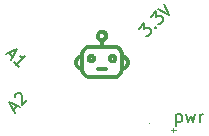
<source format=gto>
G04 #@! TF.GenerationSoftware,KiCad,Pcbnew,(5.1.6-0-10_14)*
G04 #@! TF.CreationDate,2021-04-09T22:44:30+02:00*
G04 #@! TF.ProjectId,Encoder,456e636f-6465-4722-9e6b-696361645f70,1.1*
G04 #@! TF.SameCoordinates,Original*
G04 #@! TF.FileFunction,Legend,Top*
G04 #@! TF.FilePolarity,Positive*
%FSLAX46Y46*%
G04 Gerber Fmt 4.6, Leading zero omitted, Abs format (unit mm)*
G04 Created by KiCad (PCBNEW (5.1.6-0-10_14)) date 2021-04-09 22:44:30*
%MOMM*%
%LPD*%
G01*
G04 APERTURE LIST*
%ADD10C,0.150000*%
%ADD11C,0.100000*%
%ADD12C,0.010000*%
G04 APERTURE END LIST*
D10*
X123440380Y-96197714D02*
X123440380Y-97197714D01*
X123440380Y-96245333D02*
X123535619Y-96197714D01*
X123726095Y-96197714D01*
X123821333Y-96245333D01*
X123868952Y-96292952D01*
X123916571Y-96388190D01*
X123916571Y-96673904D01*
X123868952Y-96769142D01*
X123821333Y-96816761D01*
X123726095Y-96864380D01*
X123535619Y-96864380D01*
X123440380Y-96816761D01*
X124249904Y-96197714D02*
X124440380Y-96864380D01*
X124630857Y-96388190D01*
X124821333Y-96864380D01*
X125011809Y-96197714D01*
X125392761Y-96864380D02*
X125392761Y-96197714D01*
X125392761Y-96388190D02*
X125440380Y-96292952D01*
X125488000Y-96245333D01*
X125583238Y-96197714D01*
X125678476Y-96197714D01*
D11*
X122997523Y-97547714D02*
X123378476Y-97547714D01*
X123188000Y-97738190D02*
X123188000Y-97357238D01*
D10*
X120256950Y-88968599D02*
X120694683Y-88530866D01*
X120728355Y-89035942D01*
X120829370Y-88934927D01*
X120930385Y-88901255D01*
X120997729Y-88901255D01*
X121098744Y-88934927D01*
X121267103Y-89103286D01*
X121300774Y-89204301D01*
X121300774Y-89271644D01*
X121267103Y-89372660D01*
X121065072Y-89574690D01*
X120964057Y-89608362D01*
X120896713Y-89608362D01*
X121637492Y-88867583D02*
X121704835Y-88867583D01*
X121704835Y-88934927D01*
X121637492Y-88934927D01*
X121637492Y-88867583D01*
X121704835Y-88934927D01*
X121267103Y-87958446D02*
X121704835Y-87520713D01*
X121738507Y-88025790D01*
X121839522Y-87924774D01*
X121940538Y-87891103D01*
X122007881Y-87891103D01*
X122108896Y-87924774D01*
X122277255Y-88093133D01*
X122310927Y-88194148D01*
X122310927Y-88261492D01*
X122277255Y-88362507D01*
X122075225Y-88564538D01*
X121974209Y-88598209D01*
X121906866Y-88598209D01*
X121906866Y-87318683D02*
X122849675Y-87790087D01*
X122378270Y-86847278D01*
D12*
G36*
X118074438Y-91126923D02*
G01*
X118148362Y-91156017D01*
X118215592Y-91200719D01*
X118249498Y-91232766D01*
X118291048Y-91282304D01*
X118318682Y-91329184D01*
X118334804Y-91379721D01*
X118341812Y-91440229D01*
X118342653Y-91477760D01*
X118341911Y-91526946D01*
X118338751Y-91562757D01*
X118331964Y-91592101D01*
X118320341Y-91621888D01*
X118315630Y-91632156D01*
X118273181Y-91700250D01*
X118215574Y-91759261D01*
X118147504Y-91804457D01*
X118142096Y-91807163D01*
X118082477Y-91828172D01*
X118014104Y-91839373D01*
X117945164Y-91840111D01*
X117883845Y-91829726D01*
X117879160Y-91828282D01*
X117805714Y-91794449D01*
X117739949Y-91744363D01*
X117685684Y-91681722D01*
X117646734Y-91610223D01*
X117642470Y-91599022D01*
X117629188Y-91539663D01*
X117626719Y-91476108D01*
X117875400Y-91476108D01*
X117878132Y-91512703D01*
X117888213Y-91538279D01*
X117900240Y-91553364D01*
X117937739Y-91580228D01*
X117981251Y-91591195D01*
X118025070Y-91585905D01*
X118063492Y-91563998D01*
X118063831Y-91563693D01*
X118089822Y-91528117D01*
X118100073Y-91486572D01*
X118095006Y-91444520D01*
X118075043Y-91407425D01*
X118050106Y-91385872D01*
X118003745Y-91367793D01*
X117958018Y-91369052D01*
X117916082Y-91389431D01*
X117908580Y-91395646D01*
X117888035Y-91416795D01*
X117878260Y-91437783D01*
X117875457Y-91467817D01*
X117875400Y-91476108D01*
X117626719Y-91476108D01*
X117626530Y-91471264D01*
X117633973Y-91401777D01*
X117650998Y-91339152D01*
X117660955Y-91316665D01*
X117708513Y-91245516D01*
X117770451Y-91188017D01*
X117844986Y-91145504D01*
X117922304Y-91120956D01*
X117997770Y-91114786D01*
X118074438Y-91126923D01*
G37*
X118074438Y-91126923D02*
X118148362Y-91156017D01*
X118215592Y-91200719D01*
X118249498Y-91232766D01*
X118291048Y-91282304D01*
X118318682Y-91329184D01*
X118334804Y-91379721D01*
X118341812Y-91440229D01*
X118342653Y-91477760D01*
X118341911Y-91526946D01*
X118338751Y-91562757D01*
X118331964Y-91592101D01*
X118320341Y-91621888D01*
X118315630Y-91632156D01*
X118273181Y-91700250D01*
X118215574Y-91759261D01*
X118147504Y-91804457D01*
X118142096Y-91807163D01*
X118082477Y-91828172D01*
X118014104Y-91839373D01*
X117945164Y-91840111D01*
X117883845Y-91829726D01*
X117879160Y-91828282D01*
X117805714Y-91794449D01*
X117739949Y-91744363D01*
X117685684Y-91681722D01*
X117646734Y-91610223D01*
X117642470Y-91599022D01*
X117629188Y-91539663D01*
X117626719Y-91476108D01*
X117875400Y-91476108D01*
X117878132Y-91512703D01*
X117888213Y-91538279D01*
X117900240Y-91553364D01*
X117937739Y-91580228D01*
X117981251Y-91591195D01*
X118025070Y-91585905D01*
X118063492Y-91563998D01*
X118063831Y-91563693D01*
X118089822Y-91528117D01*
X118100073Y-91486572D01*
X118095006Y-91444520D01*
X118075043Y-91407425D01*
X118050106Y-91385872D01*
X118003745Y-91367793D01*
X117958018Y-91369052D01*
X117916082Y-91389431D01*
X117908580Y-91395646D01*
X117888035Y-91416795D01*
X117878260Y-91437783D01*
X117875457Y-91467817D01*
X117875400Y-91476108D01*
X117626719Y-91476108D01*
X117626530Y-91471264D01*
X117633973Y-91401777D01*
X117650998Y-91339152D01*
X117660955Y-91316665D01*
X117708513Y-91245516D01*
X117770451Y-91188017D01*
X117844986Y-91145504D01*
X117922304Y-91120956D01*
X117997770Y-91114786D01*
X118074438Y-91126923D01*
G36*
X116235036Y-91118741D02*
G01*
X116270275Y-91123646D01*
X116303837Y-91134321D01*
X116337696Y-91149274D01*
X116414241Y-91195754D01*
X116475873Y-91255990D01*
X116516153Y-91317393D01*
X116529103Y-91343799D01*
X116537380Y-91367572D01*
X116542010Y-91394534D01*
X116544020Y-91430509D01*
X116544440Y-91477760D01*
X116544080Y-91526476D01*
X116542181Y-91560904D01*
X116537514Y-91587073D01*
X116528851Y-91611011D01*
X116514962Y-91638749D01*
X116509592Y-91648712D01*
X116460167Y-91720228D01*
X116398652Y-91776085D01*
X116326711Y-91815224D01*
X116246002Y-91836585D01*
X116209715Y-91840009D01*
X116165023Y-91839777D01*
X116120740Y-91835815D01*
X116091098Y-91830102D01*
X116016127Y-91798700D01*
X115949534Y-91750469D01*
X115894235Y-91688147D01*
X115853139Y-91614475D01*
X115847854Y-91601229D01*
X115833079Y-91540174D01*
X115830471Y-91491922D01*
X116076225Y-91491922D01*
X116087539Y-91531396D01*
X116111656Y-91562614D01*
X116145024Y-91583496D01*
X116184095Y-91591966D01*
X116225319Y-91585947D01*
X116265145Y-91563360D01*
X116271591Y-91557657D01*
X116295673Y-91522916D01*
X116303525Y-91483330D01*
X116296950Y-91443419D01*
X116277752Y-91407701D01*
X116247735Y-91380694D01*
X116208702Y-91366916D01*
X116195089Y-91366037D01*
X116147617Y-91374888D01*
X116109435Y-91399515D01*
X116084412Y-91437192D01*
X116081262Y-91446267D01*
X116076225Y-91491922D01*
X115830471Y-91491922D01*
X115829314Y-91470539D01*
X115836296Y-91400652D01*
X115853764Y-91338841D01*
X115856279Y-91332972D01*
X115890246Y-91276248D01*
X115938320Y-91221757D01*
X115994614Y-91175333D01*
X116044340Y-91146658D01*
X116083504Y-91130692D01*
X116118915Y-91121806D01*
X116159925Y-91118124D01*
X116188840Y-91117634D01*
X116235036Y-91118741D01*
G37*
X116235036Y-91118741D02*
X116270275Y-91123646D01*
X116303837Y-91134321D01*
X116337696Y-91149274D01*
X116414241Y-91195754D01*
X116475873Y-91255990D01*
X116516153Y-91317393D01*
X116529103Y-91343799D01*
X116537380Y-91367572D01*
X116542010Y-91394534D01*
X116544020Y-91430509D01*
X116544440Y-91477760D01*
X116544080Y-91526476D01*
X116542181Y-91560904D01*
X116537514Y-91587073D01*
X116528851Y-91611011D01*
X116514962Y-91638749D01*
X116509592Y-91648712D01*
X116460167Y-91720228D01*
X116398652Y-91776085D01*
X116326711Y-91815224D01*
X116246002Y-91836585D01*
X116209715Y-91840009D01*
X116165023Y-91839777D01*
X116120740Y-91835815D01*
X116091098Y-91830102D01*
X116016127Y-91798700D01*
X115949534Y-91750469D01*
X115894235Y-91688147D01*
X115853139Y-91614475D01*
X115847854Y-91601229D01*
X115833079Y-91540174D01*
X115830471Y-91491922D01*
X116076225Y-91491922D01*
X116087539Y-91531396D01*
X116111656Y-91562614D01*
X116145024Y-91583496D01*
X116184095Y-91591966D01*
X116225319Y-91585947D01*
X116265145Y-91563360D01*
X116271591Y-91557657D01*
X116295673Y-91522916D01*
X116303525Y-91483330D01*
X116296950Y-91443419D01*
X116277752Y-91407701D01*
X116247735Y-91380694D01*
X116208702Y-91366916D01*
X116195089Y-91366037D01*
X116147617Y-91374888D01*
X116109435Y-91399515D01*
X116084412Y-91437192D01*
X116081262Y-91446267D01*
X116076225Y-91491922D01*
X115830471Y-91491922D01*
X115829314Y-91470539D01*
X115836296Y-91400652D01*
X115853764Y-91338841D01*
X115856279Y-91332972D01*
X115890246Y-91276248D01*
X115938320Y-91221757D01*
X115994614Y-91175333D01*
X116044340Y-91146658D01*
X116083504Y-91130692D01*
X116118915Y-91121806D01*
X116159925Y-91118124D01*
X116188840Y-91117634D01*
X116235036Y-91118741D01*
G36*
X117197648Y-92220074D02*
G01*
X117269977Y-92220995D01*
X117334828Y-92222394D01*
X117389111Y-92224273D01*
X117429740Y-92226630D01*
X117453625Y-92229466D01*
X117455646Y-92229953D01*
X117499414Y-92251753D01*
X117529917Y-92287255D01*
X117544393Y-92332837D01*
X117545200Y-92347368D01*
X117542299Y-92379576D01*
X117530839Y-92405313D01*
X117510430Y-92430409D01*
X117475660Y-92468360D01*
X117101490Y-92470862D01*
X117001891Y-92471423D01*
X116920589Y-92471599D01*
X116855562Y-92471326D01*
X116804788Y-92470540D01*
X116766247Y-92469174D01*
X116737917Y-92467164D01*
X116717776Y-92464446D01*
X116703805Y-92460955D01*
X116696318Y-92457870D01*
X116660744Y-92429810D01*
X116638436Y-92391059D01*
X116630542Y-92347050D01*
X116638214Y-92303222D01*
X116656853Y-92271316D01*
X116684369Y-92247638D01*
X116716900Y-92231007D01*
X116720353Y-92229953D01*
X116741340Y-92227042D01*
X116779553Y-92224610D01*
X116831904Y-92222656D01*
X116895306Y-92221182D01*
X116966669Y-92220186D01*
X117042906Y-92219670D01*
X117120928Y-92219633D01*
X117197648Y-92220074D01*
G37*
X117197648Y-92220074D02*
X117269977Y-92220995D01*
X117334828Y-92222394D01*
X117389111Y-92224273D01*
X117429740Y-92226630D01*
X117453625Y-92229466D01*
X117455646Y-92229953D01*
X117499414Y-92251753D01*
X117529917Y-92287255D01*
X117544393Y-92332837D01*
X117545200Y-92347368D01*
X117542299Y-92379576D01*
X117530839Y-92405313D01*
X117510430Y-92430409D01*
X117475660Y-92468360D01*
X117101490Y-92470862D01*
X117001891Y-92471423D01*
X116920589Y-92471599D01*
X116855562Y-92471326D01*
X116804788Y-92470540D01*
X116766247Y-92469174D01*
X116737917Y-92467164D01*
X116717776Y-92464446D01*
X116703805Y-92460955D01*
X116696318Y-92457870D01*
X116660744Y-92429810D01*
X116638436Y-92391059D01*
X116630542Y-92347050D01*
X116638214Y-92303222D01*
X116656853Y-92271316D01*
X116684369Y-92247638D01*
X116716900Y-92231007D01*
X116720353Y-92229953D01*
X116741340Y-92227042D01*
X116779553Y-92224610D01*
X116831904Y-92222656D01*
X116895306Y-92221182D01*
X116966669Y-92220186D01*
X117042906Y-92219670D01*
X117120928Y-92219633D01*
X117197648Y-92220074D01*
G36*
X117185813Y-89078727D02*
G01*
X117274492Y-89105754D01*
X117356214Y-89151470D01*
X117432220Y-89216424D01*
X117441277Y-89225813D01*
X117496120Y-89294035D01*
X117534130Y-89366369D01*
X117556500Y-89446251D01*
X117564428Y-89537117D01*
X117563802Y-89577832D01*
X117561144Y-89626676D01*
X117556585Y-89662803D01*
X117548295Y-89693815D01*
X117534443Y-89727313D01*
X117521155Y-89754900D01*
X117469950Y-89838937D01*
X117406455Y-89907385D01*
X117328771Y-89962118D01*
X117291514Y-89981440D01*
X117210471Y-90019800D01*
X117210195Y-90179820D01*
X117209920Y-90339840D01*
X117705220Y-90340016D01*
X117827095Y-90340140D01*
X117930638Y-90340523D01*
X118017835Y-90341319D01*
X118090672Y-90342683D01*
X118151137Y-90344769D01*
X118201215Y-90347733D01*
X118242894Y-90351728D01*
X118278160Y-90356911D01*
X118309001Y-90363434D01*
X118337402Y-90371454D01*
X118365351Y-90381124D01*
X118394834Y-90392601D01*
X118398281Y-90393990D01*
X118485129Y-90434841D01*
X118562410Y-90484609D01*
X118637244Y-90548025D01*
X118653153Y-90563360D01*
X118735560Y-90657663D01*
X118799593Y-90760636D01*
X118839969Y-90856145D01*
X118857983Y-90919449D01*
X118872764Y-90990991D01*
X118882734Y-91061740D01*
X118886320Y-91121764D01*
X118887879Y-91147382D01*
X118896524Y-91159841D01*
X118918203Y-91166270D01*
X118924420Y-91167422D01*
X118971138Y-91181054D01*
X119026766Y-91205237D01*
X119085289Y-91236730D01*
X119140698Y-91272289D01*
X119186981Y-91308672D01*
X119188044Y-91309632D01*
X119254196Y-91379786D01*
X119312251Y-91461103D01*
X119357513Y-91546610D01*
X119371777Y-91582650D01*
X119390854Y-91656344D01*
X119401502Y-91740670D01*
X119403313Y-91827594D01*
X119395882Y-91909078D01*
X119389839Y-91940040D01*
X119355383Y-92043737D01*
X119303380Y-92140275D01*
X119236023Y-92227306D01*
X119155506Y-92302481D01*
X119064023Y-92363453D01*
X118963768Y-92407873D01*
X118947849Y-92413043D01*
X118916188Y-92424774D01*
X118893002Y-92436939D01*
X118885128Y-92444267D01*
X118880292Y-92460767D01*
X118874004Y-92491060D01*
X118867571Y-92528808D01*
X118867154Y-92531531D01*
X118840587Y-92640373D01*
X118795662Y-92744248D01*
X118734122Y-92841159D01*
X118657712Y-92929109D01*
X118568174Y-93006100D01*
X118467254Y-93070136D01*
X118356694Y-93119217D01*
X118352920Y-93120553D01*
X118271640Y-93149080D01*
X117113400Y-93150938D01*
X116927705Y-93151194D01*
X116761306Y-93151328D01*
X116613178Y-93151330D01*
X116482296Y-93151191D01*
X116367636Y-93150900D01*
X116268173Y-93150449D01*
X116182883Y-93149826D01*
X116110741Y-93149023D01*
X116050724Y-93148031D01*
X116001806Y-93146838D01*
X115962963Y-93145435D01*
X115933170Y-93143814D01*
X115911404Y-93141963D01*
X115896639Y-93139873D01*
X115894200Y-93139374D01*
X115783514Y-93105291D01*
X115679482Y-93054326D01*
X115584082Y-92988537D01*
X115499295Y-92909979D01*
X115427101Y-92820708D01*
X115369479Y-92722779D01*
X115328410Y-92618250D01*
X115308845Y-92531531D01*
X115302450Y-92493502D01*
X115296110Y-92462490D01*
X115291131Y-92444833D01*
X115290871Y-92444267D01*
X115277988Y-92433823D01*
X115251901Y-92421459D01*
X115228150Y-92413043D01*
X115138958Y-92378080D01*
X115057795Y-92329852D01*
X114979815Y-92265335D01*
X114959254Y-92245310D01*
X114885903Y-92160655D01*
X114831590Y-92071996D01*
X114795442Y-91977054D01*
X114776585Y-91873550D01*
X114774263Y-91773106D01*
X115018299Y-91773106D01*
X115023007Y-91853119D01*
X115023197Y-91854151D01*
X115048697Y-91943107D01*
X115089541Y-92020416D01*
X115135971Y-92075925D01*
X115167798Y-92103581D01*
X115203950Y-92129948D01*
X115239177Y-92151695D01*
X115268229Y-92165490D01*
X115282060Y-92168631D01*
X115283785Y-92158846D01*
X115285374Y-92130977D01*
X115286781Y-92087261D01*
X115287960Y-92029932D01*
X115288866Y-91961229D01*
X115289454Y-91883386D01*
X115289679Y-91798640D01*
X115289680Y-91792720D01*
X115289538Y-91707587D01*
X115289137Y-91629207D01*
X115288507Y-91559814D01*
X115287680Y-91501645D01*
X115287662Y-91500824D01*
X115545260Y-91500824D01*
X115545471Y-91647018D01*
X115545896Y-91778108D01*
X115548760Y-92509000D01*
X115572692Y-92568336D01*
X115620893Y-92662437D01*
X115683619Y-92743517D01*
X115759243Y-92810202D01*
X115846139Y-92861117D01*
X115942680Y-92894889D01*
X115965320Y-92899936D01*
X115982270Y-92901301D01*
X116017894Y-92902558D01*
X116070544Y-92903708D01*
X116138573Y-92904749D01*
X116220335Y-92905681D01*
X116314182Y-92906502D01*
X116418469Y-92907214D01*
X116531547Y-92907814D01*
X116651772Y-92908302D01*
X116777495Y-92908677D01*
X116907069Y-92908940D01*
X117038849Y-92909088D01*
X117171187Y-92909122D01*
X117302437Y-92909041D01*
X117430951Y-92908844D01*
X117555084Y-92908530D01*
X117673187Y-92908099D01*
X117783615Y-92907550D01*
X117884721Y-92906883D01*
X117974857Y-92906096D01*
X118052377Y-92905189D01*
X118115635Y-92904162D01*
X118162983Y-92903014D01*
X118192775Y-92901744D01*
X118202014Y-92900839D01*
X118302770Y-92871864D01*
X118393507Y-92825636D01*
X118472854Y-92763291D01*
X118539441Y-92685965D01*
X118591899Y-92594793D01*
X118603307Y-92568336D01*
X118627240Y-92509000D01*
X118630068Y-91786918D01*
X118886320Y-91786918D01*
X118886320Y-92170009D01*
X118909180Y-92163365D01*
X118929503Y-92154282D01*
X118959333Y-92137356D01*
X118986977Y-92119702D01*
X119052323Y-92064274D01*
X119102104Y-91998280D01*
X119136092Y-91924482D01*
X119154060Y-91845646D01*
X119155780Y-91764533D01*
X119141025Y-91683909D01*
X119109565Y-91606536D01*
X119061174Y-91535177D01*
X119037301Y-91509211D01*
X119011071Y-91486374D01*
X118978114Y-91462270D01*
X118943868Y-91440353D01*
X118913770Y-91424075D01*
X118893260Y-91416887D01*
X118891737Y-91416800D01*
X118890511Y-91426587D01*
X118889383Y-91454460D01*
X118888383Y-91498185D01*
X118887545Y-91555528D01*
X118886900Y-91624253D01*
X118886481Y-91702128D01*
X118886320Y-91786918D01*
X118630068Y-91786918D01*
X118630103Y-91778108D01*
X118630599Y-91609897D01*
X118630690Y-91461966D01*
X118630376Y-91334280D01*
X118629655Y-91226804D01*
X118628528Y-91139501D01*
X118626994Y-91072338D01*
X118625053Y-91025277D01*
X118622705Y-90998284D01*
X118622153Y-90995128D01*
X118593381Y-90905147D01*
X118546852Y-90821381D01*
X118484771Y-90746269D01*
X118409347Y-90682251D01*
X118322787Y-90631765D01*
X118275567Y-90612195D01*
X118210680Y-90588760D01*
X117148960Y-90585810D01*
X116966065Y-90585406D01*
X116796705Y-90585243D01*
X116641591Y-90585317D01*
X116501436Y-90585623D01*
X116376950Y-90586158D01*
X116268845Y-90586916D01*
X116177834Y-90587892D01*
X116104628Y-90589083D01*
X116049939Y-90590484D01*
X116014479Y-90592091D01*
X116003699Y-90593027D01*
X115908158Y-90612103D01*
X115823591Y-90645754D01*
X115745942Y-90696001D01*
X115682906Y-90752702D01*
X115639044Y-90806665D01*
X115599586Y-90872577D01*
X115569011Y-90942069D01*
X115554263Y-90993120D01*
X115551817Y-91013902D01*
X115549767Y-91051099D01*
X115548107Y-91105212D01*
X115546832Y-91176740D01*
X115545936Y-91266185D01*
X115545414Y-91374046D01*
X115545260Y-91500824D01*
X115287662Y-91500824D01*
X115286690Y-91456937D01*
X115285568Y-91427925D01*
X115284347Y-91416846D01*
X115284262Y-91416800D01*
X115272903Y-91421030D01*
X115249467Y-91431909D01*
X115229661Y-91441722D01*
X115162136Y-91486720D01*
X115105417Y-91545994D01*
X115061325Y-91615907D01*
X115031678Y-91692823D01*
X115018299Y-91773106D01*
X114774263Y-91773106D01*
X114774011Y-91762240D01*
X114787675Y-91648454D01*
X114818953Y-91544407D01*
X114868374Y-91448961D01*
X114936471Y-91360981D01*
X114983749Y-91313827D01*
X115032241Y-91274847D01*
X115089319Y-91237465D01*
X115149106Y-91204906D01*
X115205722Y-91180396D01*
X115250147Y-91167691D01*
X115286814Y-91161076D01*
X115293526Y-91073764D01*
X115306584Y-90967277D01*
X115329005Y-90873731D01*
X115360413Y-90791184D01*
X115419669Y-90684678D01*
X115495208Y-90588976D01*
X115585058Y-90505954D01*
X115687247Y-90437489D01*
X115777718Y-90393990D01*
X115807494Y-90382304D01*
X115835515Y-90372441D01*
X115863768Y-90364246D01*
X115894240Y-90357564D01*
X115928918Y-90352241D01*
X115969789Y-90348122D01*
X116018839Y-90345052D01*
X116078055Y-90342876D01*
X116149424Y-90341440D01*
X116234932Y-90340588D01*
X116336566Y-90340167D01*
X116456313Y-90340022D01*
X116470780Y-90340016D01*
X116966080Y-90339840D01*
X116965528Y-90019800D01*
X116884485Y-89981440D01*
X116800285Y-89931900D01*
X116731071Y-89869431D01*
X116674943Y-89792160D01*
X116654844Y-89754900D01*
X116636246Y-89715490D01*
X116624437Y-89683656D01*
X116617583Y-89651793D01*
X116613856Y-89612302D01*
X116612197Y-89577832D01*
X116612530Y-89568150D01*
X116855793Y-89568150D01*
X116861296Y-89600799D01*
X116875985Y-89638563D01*
X116877225Y-89641284D01*
X116914373Y-89700143D01*
X116963500Y-89743746D01*
X117021880Y-89770863D01*
X117086786Y-89780263D01*
X117155493Y-89770713D01*
X117160558Y-89769248D01*
X117212102Y-89744151D01*
X117258263Y-89703541D01*
X117293930Y-89652223D01*
X117301119Y-89637106D01*
X117318063Y-89573666D01*
X117316163Y-89509976D01*
X117296560Y-89449463D01*
X117260395Y-89395553D01*
X117208809Y-89351673D01*
X117205368Y-89349508D01*
X117173246Y-89331783D01*
X117144158Y-89322451D01*
X117108627Y-89319031D01*
X117088000Y-89318760D01*
X117046473Y-89320329D01*
X117015657Y-89326691D01*
X116986074Y-89340330D01*
X116970631Y-89349508D01*
X116917545Y-89393749D01*
X116879817Y-89450085D01*
X116859376Y-89515444D01*
X116857514Y-89529500D01*
X116855793Y-89568150D01*
X116612530Y-89568150D01*
X116615664Y-89477192D01*
X116635175Y-89387952D01*
X116671495Y-89308115D01*
X116725391Y-89235681D01*
X116755047Y-89205474D01*
X116830351Y-89144479D01*
X116908339Y-89102443D01*
X116992337Y-89078017D01*
X117085668Y-89069848D01*
X117088938Y-89069839D01*
X117185813Y-89078727D01*
G37*
X117185813Y-89078727D02*
X117274492Y-89105754D01*
X117356214Y-89151470D01*
X117432220Y-89216424D01*
X117441277Y-89225813D01*
X117496120Y-89294035D01*
X117534130Y-89366369D01*
X117556500Y-89446251D01*
X117564428Y-89537117D01*
X117563802Y-89577832D01*
X117561144Y-89626676D01*
X117556585Y-89662803D01*
X117548295Y-89693815D01*
X117534443Y-89727313D01*
X117521155Y-89754900D01*
X117469950Y-89838937D01*
X117406455Y-89907385D01*
X117328771Y-89962118D01*
X117291514Y-89981440D01*
X117210471Y-90019800D01*
X117210195Y-90179820D01*
X117209920Y-90339840D01*
X117705220Y-90340016D01*
X117827095Y-90340140D01*
X117930638Y-90340523D01*
X118017835Y-90341319D01*
X118090672Y-90342683D01*
X118151137Y-90344769D01*
X118201215Y-90347733D01*
X118242894Y-90351728D01*
X118278160Y-90356911D01*
X118309001Y-90363434D01*
X118337402Y-90371454D01*
X118365351Y-90381124D01*
X118394834Y-90392601D01*
X118398281Y-90393990D01*
X118485129Y-90434841D01*
X118562410Y-90484609D01*
X118637244Y-90548025D01*
X118653153Y-90563360D01*
X118735560Y-90657663D01*
X118799593Y-90760636D01*
X118839969Y-90856145D01*
X118857983Y-90919449D01*
X118872764Y-90990991D01*
X118882734Y-91061740D01*
X118886320Y-91121764D01*
X118887879Y-91147382D01*
X118896524Y-91159841D01*
X118918203Y-91166270D01*
X118924420Y-91167422D01*
X118971138Y-91181054D01*
X119026766Y-91205237D01*
X119085289Y-91236730D01*
X119140698Y-91272289D01*
X119186981Y-91308672D01*
X119188044Y-91309632D01*
X119254196Y-91379786D01*
X119312251Y-91461103D01*
X119357513Y-91546610D01*
X119371777Y-91582650D01*
X119390854Y-91656344D01*
X119401502Y-91740670D01*
X119403313Y-91827594D01*
X119395882Y-91909078D01*
X119389839Y-91940040D01*
X119355383Y-92043737D01*
X119303380Y-92140275D01*
X119236023Y-92227306D01*
X119155506Y-92302481D01*
X119064023Y-92363453D01*
X118963768Y-92407873D01*
X118947849Y-92413043D01*
X118916188Y-92424774D01*
X118893002Y-92436939D01*
X118885128Y-92444267D01*
X118880292Y-92460767D01*
X118874004Y-92491060D01*
X118867571Y-92528808D01*
X118867154Y-92531531D01*
X118840587Y-92640373D01*
X118795662Y-92744248D01*
X118734122Y-92841159D01*
X118657712Y-92929109D01*
X118568174Y-93006100D01*
X118467254Y-93070136D01*
X118356694Y-93119217D01*
X118352920Y-93120553D01*
X118271640Y-93149080D01*
X117113400Y-93150938D01*
X116927705Y-93151194D01*
X116761306Y-93151328D01*
X116613178Y-93151330D01*
X116482296Y-93151191D01*
X116367636Y-93150900D01*
X116268173Y-93150449D01*
X116182883Y-93149826D01*
X116110741Y-93149023D01*
X116050724Y-93148031D01*
X116001806Y-93146838D01*
X115962963Y-93145435D01*
X115933170Y-93143814D01*
X115911404Y-93141963D01*
X115896639Y-93139873D01*
X115894200Y-93139374D01*
X115783514Y-93105291D01*
X115679482Y-93054326D01*
X115584082Y-92988537D01*
X115499295Y-92909979D01*
X115427101Y-92820708D01*
X115369479Y-92722779D01*
X115328410Y-92618250D01*
X115308845Y-92531531D01*
X115302450Y-92493502D01*
X115296110Y-92462490D01*
X115291131Y-92444833D01*
X115290871Y-92444267D01*
X115277988Y-92433823D01*
X115251901Y-92421459D01*
X115228150Y-92413043D01*
X115138958Y-92378080D01*
X115057795Y-92329852D01*
X114979815Y-92265335D01*
X114959254Y-92245310D01*
X114885903Y-92160655D01*
X114831590Y-92071996D01*
X114795442Y-91977054D01*
X114776585Y-91873550D01*
X114774263Y-91773106D01*
X115018299Y-91773106D01*
X115023007Y-91853119D01*
X115023197Y-91854151D01*
X115048697Y-91943107D01*
X115089541Y-92020416D01*
X115135971Y-92075925D01*
X115167798Y-92103581D01*
X115203950Y-92129948D01*
X115239177Y-92151695D01*
X115268229Y-92165490D01*
X115282060Y-92168631D01*
X115283785Y-92158846D01*
X115285374Y-92130977D01*
X115286781Y-92087261D01*
X115287960Y-92029932D01*
X115288866Y-91961229D01*
X115289454Y-91883386D01*
X115289679Y-91798640D01*
X115289680Y-91792720D01*
X115289538Y-91707587D01*
X115289137Y-91629207D01*
X115288507Y-91559814D01*
X115287680Y-91501645D01*
X115287662Y-91500824D01*
X115545260Y-91500824D01*
X115545471Y-91647018D01*
X115545896Y-91778108D01*
X115548760Y-92509000D01*
X115572692Y-92568336D01*
X115620893Y-92662437D01*
X115683619Y-92743517D01*
X115759243Y-92810202D01*
X115846139Y-92861117D01*
X115942680Y-92894889D01*
X115965320Y-92899936D01*
X115982270Y-92901301D01*
X116017894Y-92902558D01*
X116070544Y-92903708D01*
X116138573Y-92904749D01*
X116220335Y-92905681D01*
X116314182Y-92906502D01*
X116418469Y-92907214D01*
X116531547Y-92907814D01*
X116651772Y-92908302D01*
X116777495Y-92908677D01*
X116907069Y-92908940D01*
X117038849Y-92909088D01*
X117171187Y-92909122D01*
X117302437Y-92909041D01*
X117430951Y-92908844D01*
X117555084Y-92908530D01*
X117673187Y-92908099D01*
X117783615Y-92907550D01*
X117884721Y-92906883D01*
X117974857Y-92906096D01*
X118052377Y-92905189D01*
X118115635Y-92904162D01*
X118162983Y-92903014D01*
X118192775Y-92901744D01*
X118202014Y-92900839D01*
X118302770Y-92871864D01*
X118393507Y-92825636D01*
X118472854Y-92763291D01*
X118539441Y-92685965D01*
X118591899Y-92594793D01*
X118603307Y-92568336D01*
X118627240Y-92509000D01*
X118630068Y-91786918D01*
X118886320Y-91786918D01*
X118886320Y-92170009D01*
X118909180Y-92163365D01*
X118929503Y-92154282D01*
X118959333Y-92137356D01*
X118986977Y-92119702D01*
X119052323Y-92064274D01*
X119102104Y-91998280D01*
X119136092Y-91924482D01*
X119154060Y-91845646D01*
X119155780Y-91764533D01*
X119141025Y-91683909D01*
X119109565Y-91606536D01*
X119061174Y-91535177D01*
X119037301Y-91509211D01*
X119011071Y-91486374D01*
X118978114Y-91462270D01*
X118943868Y-91440353D01*
X118913770Y-91424075D01*
X118893260Y-91416887D01*
X118891737Y-91416800D01*
X118890511Y-91426587D01*
X118889383Y-91454460D01*
X118888383Y-91498185D01*
X118887545Y-91555528D01*
X118886900Y-91624253D01*
X118886481Y-91702128D01*
X118886320Y-91786918D01*
X118630068Y-91786918D01*
X118630103Y-91778108D01*
X118630599Y-91609897D01*
X118630690Y-91461966D01*
X118630376Y-91334280D01*
X118629655Y-91226804D01*
X118628528Y-91139501D01*
X118626994Y-91072338D01*
X118625053Y-91025277D01*
X118622705Y-90998284D01*
X118622153Y-90995128D01*
X118593381Y-90905147D01*
X118546852Y-90821381D01*
X118484771Y-90746269D01*
X118409347Y-90682251D01*
X118322787Y-90631765D01*
X118275567Y-90612195D01*
X118210680Y-90588760D01*
X117148960Y-90585810D01*
X116966065Y-90585406D01*
X116796705Y-90585243D01*
X116641591Y-90585317D01*
X116501436Y-90585623D01*
X116376950Y-90586158D01*
X116268845Y-90586916D01*
X116177834Y-90587892D01*
X116104628Y-90589083D01*
X116049939Y-90590484D01*
X116014479Y-90592091D01*
X116003699Y-90593027D01*
X115908158Y-90612103D01*
X115823591Y-90645754D01*
X115745942Y-90696001D01*
X115682906Y-90752702D01*
X115639044Y-90806665D01*
X115599586Y-90872577D01*
X115569011Y-90942069D01*
X115554263Y-90993120D01*
X115551817Y-91013902D01*
X115549767Y-91051099D01*
X115548107Y-91105212D01*
X115546832Y-91176740D01*
X115545936Y-91266185D01*
X115545414Y-91374046D01*
X115545260Y-91500824D01*
X115287662Y-91500824D01*
X115286690Y-91456937D01*
X115285568Y-91427925D01*
X115284347Y-91416846D01*
X115284262Y-91416800D01*
X115272903Y-91421030D01*
X115249467Y-91431909D01*
X115229661Y-91441722D01*
X115162136Y-91486720D01*
X115105417Y-91545994D01*
X115061325Y-91615907D01*
X115031678Y-91692823D01*
X115018299Y-91773106D01*
X114774263Y-91773106D01*
X114774011Y-91762240D01*
X114787675Y-91648454D01*
X114818953Y-91544407D01*
X114868374Y-91448961D01*
X114936471Y-91360981D01*
X114983749Y-91313827D01*
X115032241Y-91274847D01*
X115089319Y-91237465D01*
X115149106Y-91204906D01*
X115205722Y-91180396D01*
X115250147Y-91167691D01*
X115286814Y-91161076D01*
X115293526Y-91073764D01*
X115306584Y-90967277D01*
X115329005Y-90873731D01*
X115360413Y-90791184D01*
X115419669Y-90684678D01*
X115495208Y-90588976D01*
X115585058Y-90505954D01*
X115687247Y-90437489D01*
X115777718Y-90393990D01*
X115807494Y-90382304D01*
X115835515Y-90372441D01*
X115863768Y-90364246D01*
X115894240Y-90357564D01*
X115928918Y-90352241D01*
X115969789Y-90348122D01*
X116018839Y-90345052D01*
X116078055Y-90342876D01*
X116149424Y-90341440D01*
X116234932Y-90340588D01*
X116336566Y-90340167D01*
X116456313Y-90340022D01*
X116470780Y-90340016D01*
X116966080Y-90339840D01*
X116965528Y-90019800D01*
X116884485Y-89981440D01*
X116800285Y-89931900D01*
X116731071Y-89869431D01*
X116674943Y-89792160D01*
X116654844Y-89754900D01*
X116636246Y-89715490D01*
X116624437Y-89683656D01*
X116617583Y-89651793D01*
X116613856Y-89612302D01*
X116612197Y-89577832D01*
X116612530Y-89568150D01*
X116855793Y-89568150D01*
X116861296Y-89600799D01*
X116875985Y-89638563D01*
X116877225Y-89641284D01*
X116914373Y-89700143D01*
X116963500Y-89743746D01*
X117021880Y-89770863D01*
X117086786Y-89780263D01*
X117155493Y-89770713D01*
X117160558Y-89769248D01*
X117212102Y-89744151D01*
X117258263Y-89703541D01*
X117293930Y-89652223D01*
X117301119Y-89637106D01*
X117318063Y-89573666D01*
X117316163Y-89509976D01*
X117296560Y-89449463D01*
X117260395Y-89395553D01*
X117208809Y-89351673D01*
X117205368Y-89349508D01*
X117173246Y-89331783D01*
X117144158Y-89322451D01*
X117108627Y-89319031D01*
X117088000Y-89318760D01*
X117046473Y-89320329D01*
X117015657Y-89326691D01*
X116986074Y-89340330D01*
X116970631Y-89349508D01*
X116917545Y-89393749D01*
X116879817Y-89450085D01*
X116859376Y-89515444D01*
X116857514Y-89529500D01*
X116855793Y-89568150D01*
X116612530Y-89568150D01*
X116615664Y-89477192D01*
X116635175Y-89387952D01*
X116671495Y-89308115D01*
X116725391Y-89235681D01*
X116755047Y-89205474D01*
X116830351Y-89144479D01*
X116908339Y-89102443D01*
X116992337Y-89078017D01*
X117085668Y-89069848D01*
X117088938Y-89069839D01*
X117185813Y-89078727D01*
D11*
X121148000Y-97012000D02*
G75*
G03*
X121148000Y-97012000I-50000J0D01*
G01*
D10*
X109600774Y-95834927D02*
X109937492Y-95498209D01*
X109735461Y-96104301D02*
X109264057Y-95161492D01*
X110206866Y-95632896D01*
X109769133Y-94791103D02*
X109769133Y-94723759D01*
X109802805Y-94622744D01*
X109971164Y-94454385D01*
X110072179Y-94420713D01*
X110139522Y-94420713D01*
X110240538Y-94454385D01*
X110307881Y-94521729D01*
X110375225Y-94656416D01*
X110375225Y-95464538D01*
X110812957Y-95026805D01*
X109265072Y-91024774D02*
X109601790Y-91361492D01*
X108995698Y-91159461D02*
X109938507Y-90688057D01*
X109467103Y-91630866D01*
X110073194Y-92236957D02*
X109669133Y-91832896D01*
X109871164Y-92034927D02*
X110578270Y-91327820D01*
X110409912Y-91361492D01*
X110275225Y-91361492D01*
X110174209Y-91327820D01*
M02*

</source>
